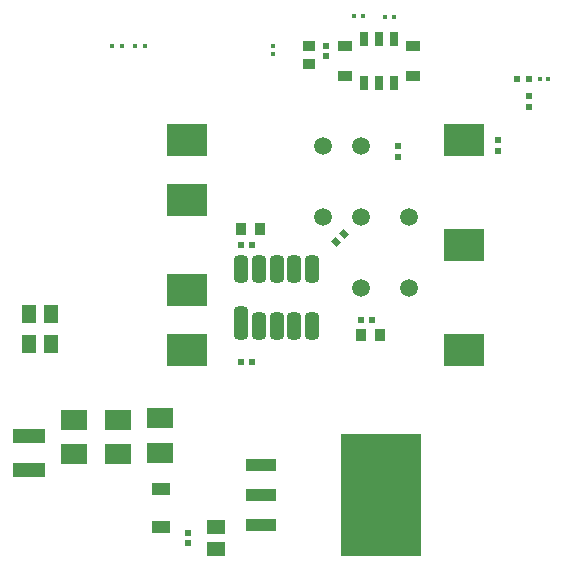
<source format=gtp>
G04*
G04 #@! TF.GenerationSoftware,Altium Limited,Altium Designer,21.6.4 (81)*
G04*
G04 Layer_Color=8421504*
%FSAX25Y25*%
%MOIN*%
G70*
G04*
G04 #@! TF.SameCoordinates,A43D0BD7-71F7-406A-839A-B2BA5E4553EA*
G04*
G04*
G04 #@! TF.FilePolarity,Positive*
G04*
G01*
G75*
%ADD16R,0.27165X0.41142*%
%ADD17R,0.10039X0.04134*%
%ADD18R,0.05906X0.03937*%
%ADD19R,0.01772X0.01772*%
%ADD20R,0.04921X0.03347*%
%ADD21R,0.02559X0.04921*%
G04:AMPARAMS|DCode=22|XSize=90.55mil|YSize=47.24mil|CornerRadius=14.17mil|HoleSize=0mil|Usage=FLASHONLY|Rotation=90.000|XOffset=0mil|YOffset=0mil|HoleType=Round|Shape=RoundedRectangle|*
%AMROUNDEDRECTD22*
21,1,0.09055,0.01890,0,0,90.0*
21,1,0.06221,0.04724,0,0,90.0*
1,1,0.02835,0.00945,0.03110*
1,1,0.02835,0.00945,-0.03110*
1,1,0.02835,-0.00945,-0.03110*
1,1,0.02835,-0.00945,0.03110*
%
%ADD22ROUNDEDRECTD22*%
G04:AMPARAMS|DCode=23|XSize=110.24mil|YSize=47.24mil|CornerRadius=14.17mil|HoleSize=0mil|Usage=FLASHONLY|Rotation=90.000|XOffset=0mil|YOffset=0mil|HoleType=Round|Shape=RoundedRectangle|*
%AMROUNDEDRECTD23*
21,1,0.11024,0.01890,0,0,90.0*
21,1,0.08189,0.04724,0,0,90.0*
1,1,0.02835,0.00945,0.04095*
1,1,0.02835,0.00945,-0.04095*
1,1,0.02835,-0.00945,-0.04095*
1,1,0.02835,-0.00945,0.04095*
%
%ADD23ROUNDEDRECTD23*%
%ADD24R,0.10630X0.04528*%
%ADD25R,0.02441X0.02244*%
%ADD26R,0.01732X0.01654*%
%ADD27R,0.13386X0.10630*%
%ADD28C,0.05906*%
%ADD29R,0.08780X0.07087*%
%ADD30R,0.06496X0.05118*%
%ADD31R,0.03740X0.03937*%
%ADD32R,0.03937X0.03740*%
%ADD33R,0.02441X0.02362*%
%ADD34R,0.05118X0.06496*%
%ADD35R,0.02362X0.02441*%
%ADD36R,0.02244X0.02441*%
G04:AMPARAMS|DCode=37|XSize=22.44mil|YSize=24.41mil|CornerRadius=0mil|HoleSize=0mil|Usage=FLASHONLY|Rotation=45.000|XOffset=0mil|YOffset=0mil|HoleType=Round|Shape=Rectangle|*
%AMROTATEDRECTD37*
4,1,4,0.00070,-0.01656,-0.01656,0.00070,-0.00070,0.01656,0.01656,-0.00070,0.00070,-0.01656,0.0*
%
%ADD37ROTATEDRECTD37*%

%ADD38R,0.01654X0.01732*%
G54D16*
X0130588Y0033106D02*
D03*
G54D17*
X0090824Y0023106D02*
D03*
Y0033106D02*
D03*
Y0043106D02*
D03*
G54D18*
X0057284Y0034941D02*
D03*
Y0022343D02*
D03*
G54D19*
X0121555Y0192618D02*
D03*
X0124705D02*
D03*
X0135138Y0192421D02*
D03*
X0131988D02*
D03*
X0044193Y0182483D02*
D03*
X0041043D02*
D03*
X0048720D02*
D03*
X0051870D02*
D03*
G54D20*
X0118602Y0182677D02*
D03*
Y0172677D02*
D03*
X0141240Y0182677D02*
D03*
Y0172677D02*
D03*
G54D21*
X0134921Y0185059D02*
D03*
X0129921D02*
D03*
X0124921D02*
D03*
X0134921Y0170295D02*
D03*
X0129921D02*
D03*
X0124921D02*
D03*
G54D22*
X0107677Y0108193D02*
D03*
Y0089296D02*
D03*
X0101772Y0089296D02*
D03*
X0095866Y0089296D02*
D03*
X0089961D02*
D03*
X0101772Y0108193D02*
D03*
X0095866Y0108193D02*
D03*
X0084055D02*
D03*
X0089961Y0108193D02*
D03*
G54D23*
X0084055Y0090280D02*
D03*
G54D24*
X0013484Y0041240D02*
D03*
Y0052658D02*
D03*
G54D25*
X0179921Y0162235D02*
D03*
Y0166014D02*
D03*
G54D26*
X0183799Y0171546D02*
D03*
X0186476D02*
D03*
G54D27*
X0066121Y0101327D02*
D03*
Y0131327D02*
D03*
X0066121Y0151366D02*
D03*
X0158247D02*
D03*
Y0081288D02*
D03*
X0158247Y0116327D02*
D03*
X0066121Y0081288D02*
D03*
G54D28*
X0124114Y0102067D02*
D03*
X0124114Y0125689D02*
D03*
X0139862D02*
D03*
X0139862Y0102067D02*
D03*
X0111319Y0149311D02*
D03*
X0111319Y0125689D02*
D03*
X0124114Y0125689D02*
D03*
X0124114Y0149311D02*
D03*
G54D29*
X0028346Y0058051D02*
D03*
Y0046555D02*
D03*
X0043110Y0058051D02*
D03*
Y0046555D02*
D03*
X0056988Y0047106D02*
D03*
X0056988Y0058602D02*
D03*
G54D30*
X0075689Y0015059D02*
D03*
Y0022146D02*
D03*
G54D31*
X0124016Y0086146D02*
D03*
X0130315Y0086146D02*
D03*
X0084055Y0121678D02*
D03*
X0090354D02*
D03*
G54D32*
X0106791Y0176496D02*
D03*
Y0182795D02*
D03*
G54D33*
X0112303Y0182776D02*
D03*
Y0179154D02*
D03*
X0066437Y0016807D02*
D03*
Y0020429D02*
D03*
X0169751Y0151240D02*
D03*
X0169751Y0147618D02*
D03*
X0136516Y0149252D02*
D03*
Y0145630D02*
D03*
G54D34*
X0013484Y0093307D02*
D03*
X0020571D02*
D03*
X0013484Y0083366D02*
D03*
X0020571D02*
D03*
G54D35*
X0084055Y0116363D02*
D03*
X0087677D02*
D03*
X0124104Y0091363D02*
D03*
X0127727Y0091363D02*
D03*
G54D36*
X0084055Y0077469D02*
D03*
X0087835D02*
D03*
X0176142Y0171546D02*
D03*
X0179921Y0171546D02*
D03*
G54D37*
X0115536Y0117406D02*
D03*
X0118209Y0120079D02*
D03*
G54D38*
X0094800Y0180000D02*
D03*
Y0182677D02*
D03*
M02*

</source>
